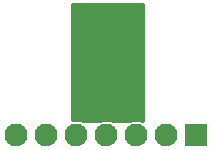
<source format=gbl>
G75*
%MOIN*%
%OFA0B0*%
%FSLAX25Y25*%
%IPPOS*%
%LPD*%
%AMOC8*
5,1,8,0,0,1.08239X$1,22.5*
%
%ADD10R,0.07600X0.07600*%
%ADD11C,0.07600*%
%ADD12C,0.01600*%
D10*
X0097000Y0018000D03*
D11*
X0037000Y0018000D03*
X0047000Y0018000D03*
X0057000Y0018000D03*
X0067000Y0018000D03*
X0077000Y0018000D03*
X0087000Y0018000D03*
D12*
X0079000Y0023016D02*
X0078074Y0023400D01*
X0075926Y0023400D01*
X0074960Y0023000D01*
X0069040Y0023000D01*
X0068074Y0023400D01*
X0065926Y0023400D01*
X0064960Y0023000D01*
X0059040Y0023000D01*
X0058074Y0023400D01*
X0056000Y0023400D01*
X0056000Y0061200D01*
X0079000Y0061200D01*
X0079000Y0023016D01*
X0079000Y0023985D02*
X0056000Y0023985D01*
X0056000Y0025584D02*
X0079000Y0025584D01*
X0079000Y0027182D02*
X0056000Y0027182D01*
X0056000Y0028781D02*
X0079000Y0028781D01*
X0079000Y0030379D02*
X0056000Y0030379D01*
X0056000Y0031978D02*
X0079000Y0031978D01*
X0079000Y0033576D02*
X0056000Y0033576D01*
X0056000Y0035175D02*
X0079000Y0035175D01*
X0079000Y0036773D02*
X0056000Y0036773D01*
X0056000Y0038372D02*
X0079000Y0038372D01*
X0079000Y0039970D02*
X0056000Y0039970D01*
X0056000Y0041569D02*
X0079000Y0041569D01*
X0079000Y0043167D02*
X0056000Y0043167D01*
X0056000Y0044766D02*
X0079000Y0044766D01*
X0079000Y0046364D02*
X0056000Y0046364D01*
X0056000Y0047963D02*
X0079000Y0047963D01*
X0079000Y0049561D02*
X0056000Y0049561D01*
X0056000Y0051160D02*
X0079000Y0051160D01*
X0079000Y0052758D02*
X0056000Y0052758D01*
X0056000Y0054357D02*
X0079000Y0054357D01*
X0079000Y0055955D02*
X0056000Y0055955D01*
X0056000Y0057554D02*
X0079000Y0057554D01*
X0079000Y0059152D02*
X0056000Y0059152D01*
X0056000Y0060751D02*
X0079000Y0060751D01*
M02*

</source>
